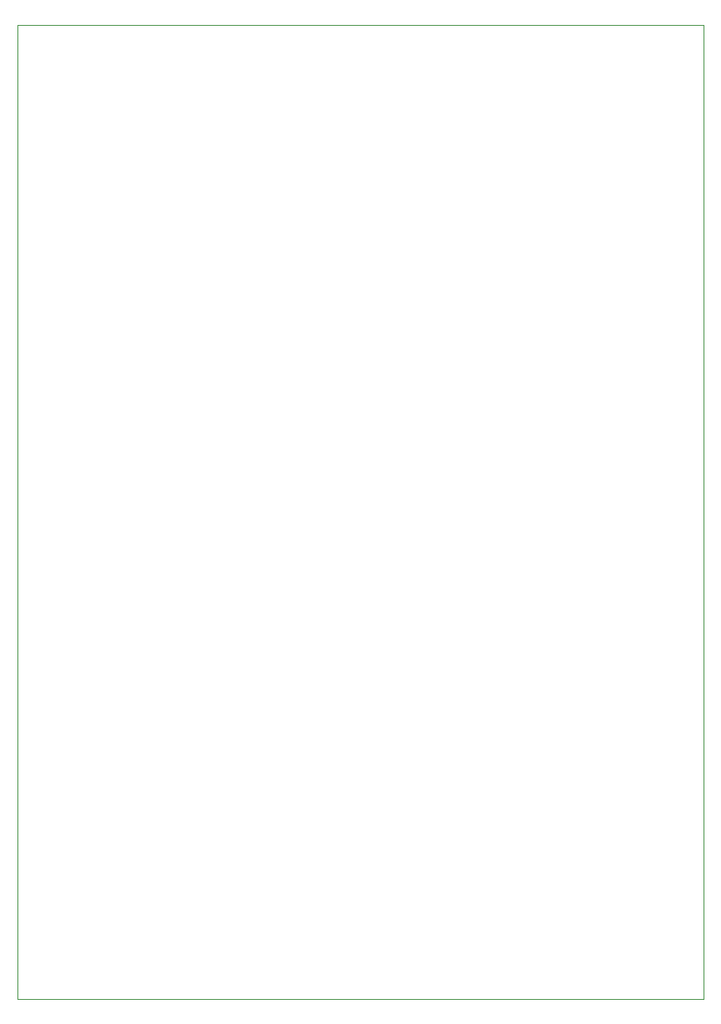
<source format=gbr>
%TF.GenerationSoftware,KiCad,Pcbnew,(6.0.4)*%
%TF.CreationDate,2022-06-06T09:07:08-07:00*%
%TF.ProjectId,Complete Schematic V6,436f6d70-6c65-4746-9520-536368656d61,rev?*%
%TF.SameCoordinates,Original*%
%TF.FileFunction,Profile,NP*%
%FSLAX46Y46*%
G04 Gerber Fmt 4.6, Leading zero omitted, Abs format (unit mm)*
G04 Created by KiCad (PCBNEW (6.0.4)) date 2022-06-06 09:07:08*
%MOMM*%
%LPD*%
G01*
G04 APERTURE LIST*
%TA.AperFunction,Profile*%
%ADD10C,0.100000*%
%TD*%
G04 APERTURE END LIST*
D10*
X76200000Y-149860000D02*
X76200000Y-50800000D01*
X76200000Y-50800000D02*
X146050000Y-50800000D01*
X146050000Y-50800000D02*
X146050000Y-149860000D01*
X146050000Y-149860000D02*
X76200000Y-149860000D01*
M02*

</source>
